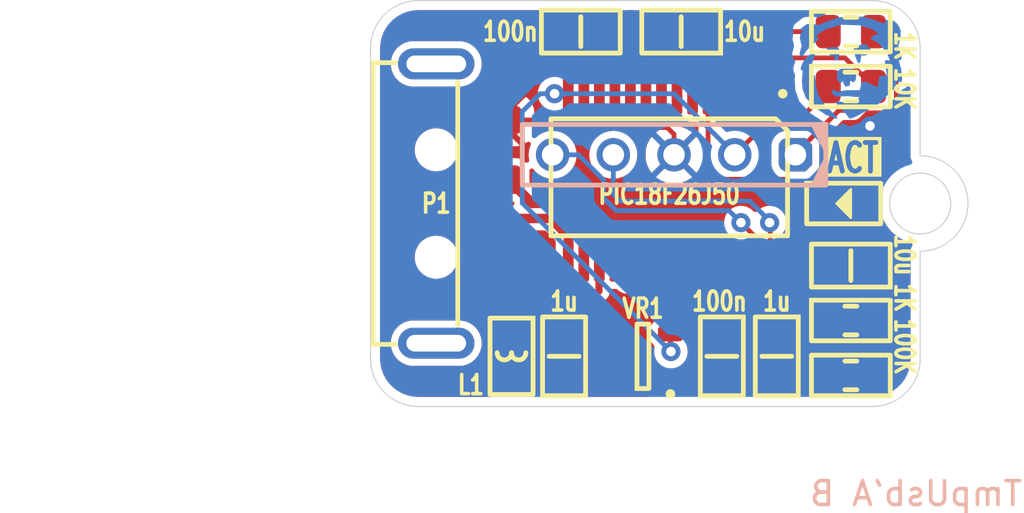
<source format=kicad_pcb>
(kicad_pcb (version 20221018) (generator pcbnew)
  (layers (0 "F.Cu" signal) (31 "B.Cu" signal) (34 "B.Paste" user) (35 "F.Paste" user) (36 "B.SilkS" user "B.Silkscreen") (37 "F.SilkS" user "F.Silkscreen") (38 "B.Mask" user) (39 "F.Mask" user) (44 "Edge.Cuts" user))
  (net 0 "")
  (net 1 "USB_D+")
  (net 2 "USB_D-")
  (net 3 "GND")
  (net 4 "CAP")
  (net 5 "CAP_POWER")
  (net 6 "ICSP_VPP")
  (net 7 "VCAP")
  (net 8 "LED")
  (net 9 "LED'")
  (net 10 "VCC")
  (net 11 "+3.3V")
  (net 12 "+5V")
  (net 13 "ICSP_PGD")
  (net 14 "ICSP_PGC")
  (footprint "Medo64:R (0805)" (layer "F.Cu") (at 35.1 30.7 180)
    (fp_text reference "R4" hide)
    (fp_text value "100K" (at -2.25 1.2 270 unlocked) (layer "F.SilkS") (effects (font (size 0.8 0.6))))
    (fp_line (start -0.25 -0.6) (end 0.25 -0.6) (stroke (width 0.2)) (layer "F.SilkS"))
    (fp_line (start -0.25 0.6) (end 0.25 0.6) (stroke (width 0.2)) (layer "F.SilkS"))
    (fp_rect (start -1.65 -0.85) (end 1.65 0.85) (stroke (width 0.2)) (fill none) (layer "F.SilkS"))
    (pad "1" smd roundrect (at -0.95 0 180) (size 1.05 1.4) (layers "F.Cu" "F.Paste" "F.Mask") (net 4 "CAP"))
    (pad "2" smd roundrect (at 0.95 0 180) (size 1.05 1.4) (layers "F.Cu" "F.Paste" "F.Mask") (net 3 "GND"))
  )
  (footprint "Medo64:L Ferrite (0805)" (layer "F.Cu") (at 20.9 29.9 -90)
    (fp_text reference "L1" (at 1.2 1.7 unlocked) (layer "F.SilkS") (effects (font (size 0.8 0.6))))
    (fp_text value "40R" hide)
    (fp_rect (start -1.6 -0.9) (end 1.6 0.9) (stroke (width 0.2)) (fill none) (layer "F.SilkS"))
    (fp_arc (start -0.15 -0.6) (mid 0.15 -0.3) (end -0.15 0) (stroke (width 0.2)) (layer "F.SilkS"))
    (fp_arc (start -0.15 0) (mid 0.15 0.3) (end -0.15 0.6) (stroke (width 0.2)) (layer "F.SilkS"))
    (pad "1" smd roundrect (at -0.85 0 270) (size 1.05 1.4) (layers "F.Cu" "F.Paste" "F.Mask") (net 10 "VCC"))
    (pad "2" smd roundrect (at 0.85 0 270) (size 1.05 1.4) (layers "F.Cu" "F.Paste" "F.Mask") (net 12 "+5V"))
  )
  (footprint "Medo64:R (0805)" (layer "F.Cu") (at 35.1 16.3)
    (fp_text reference "R1" hide)
    (fp_text value "1K" (at 2.25 0.6 -90 unlocked) (layer "F.SilkS") (effects (font (size 0.8 0.6))))
    (fp_line (start -0.25 -0.6) (end 0.25 -0.6) (stroke (width 0.2)) (layer "F.SilkS"))
    (fp_line (start -0.25 0.6) (end 0.25 0.6) (stroke (width 0.2)) (layer "F.SilkS"))
    (fp_rect (start -1.65 -0.85) (end 1.65 0.85) (stroke (width 0.2)) (fill none) (layer "F.SilkS"))
    (pad "1" smd roundrect (at -0.95 0) (size 1.05 1.4) (layers "F.Cu" "F.Paste" "F.Mask") (net 8 "LED"))
    (pad "2" smd roundrect (at 0.95 0) (size 1.05 1.4) (layers "F.Cu" "F.Paste" "F.Mask") (net 9 "LED'"))
  )
  (footprint "Medo64:DS (0805)" (layer "F.Cu") (at 34.8 23.5)
    (fp_text reference "DS1" hide)
    (fp_text value "ACT" hide)
    (fp_rect (start -1.55 -0.85) (end 1.55 0.85) (stroke (width 0.2)) (fill none) (layer "F.SilkS"))
    (fp_poly (pts (xy -0.3 0) (xy 0.3 -0.6) (xy 0.3 0.6)) (stroke (width 0.1)) (fill solid) (layer "F.SilkS"))
    (pad "1" smd roundrect (at -0.9 0) (size 1 1.4) (layers "F.Cu" "F.Paste" "F.Mask") (chamfer_ratio 0.2) (chamfer top_left bottom_left) (net 3 "GND"))
    (pad "2" smd roundrect (at 0.9 0) (size 1 1.4) (layers "F.Cu" "F.Paste" "F.Mask") (net 9 "LED'"))
  )
  (footprint "Medo64:C (0805)" (layer "F.Cu") (at 28 16.3 180)
    (fp_text reference "C5" hide)
    (fp_text value "10u" (at -2.65 0 unlocked) (layer "F.SilkS") (effects (font (size 0.8 0.6) (thickness 0.15) bold)))
    (fp_line (start 0 -0.625) (end 0 0.625) (stroke (width 0.2)) (layer "F.SilkS"))
    (fp_rect (start -1.65 -0.9) (end 1.65 0.9) (stroke (width 0.2)) (fill none) (layer "F.SilkS"))
    (pad "1" smd roundrect (at -0.9 0 180) (size 1.15 1.45) (layers "F.Cu" "F.Paste" "F.Mask") (net 7 "VCAP"))
    (pad "2" smd roundrect (at 0.9 0 180) (size 1.15 1.45) (layers "F.Cu" "F.Paste" "F.Mask") (net 3 "GND"))
  )
  (footprint "Medo64:C (0805)" (layer "F.Cu") (at 29.7 29.9 -90)
    (fp_text reference "C1" hide)
    (fp_text value "100n" (at -2.3 0.1 unlocked) (layer "F.SilkS") (effects (font (size 0.8 0.6) (thickness 0.15) bold)))
    (fp_line (start 0 -0.625) (end 0 0.625) (stroke (width 0.2)) (layer "F.SilkS"))
    (fp_rect (start -1.65 -0.9) (end 1.65 0.9) (stroke (width 0.2)) (fill none) (layer "F.SilkS"))
    (pad "1" smd roundrect (at -0.9 0 270) (size 1.15 1.45) (layers "F.Cu" "F.Paste" "F.Mask") (net 11 "+3.3V"))
    (pad "2" smd roundrect (at 0.9 0 270) (size 1.15 1.45) (layers "F.Cu" "F.Paste" "F.Mask") (net 3 "GND"))
  )
  (footprint "Medo64:C (0805)" (layer "F.Cu") (at 23.1 29.9 90)
    (fp_text reference "C3" hide)
    (fp_text value "1u" (at 2.3 0 unlocked) (layer "F.SilkS") (effects (font (size 0.8 0.6) (thickness 0.15) bold)))
    (fp_line (start 0 -0.625) (end 0 0.625) (stroke (width 0.2)) (layer "F.SilkS"))
    (fp_rect (start -1.65 -0.9) (end 1.65 0.9) (stroke (width 0.2)) (fill none) (layer "F.SilkS"))
    (pad "1" smd roundrect (at -0.9 0 90) (size 1.15 1.45) (layers "F.Cu" "F.Paste" "F.Mask") (net 12 "+5V"))
    (pad "2" smd roundrect (at 0.9 0 90) (size 1.15 1.45) (layers "F.Cu" "F.Paste" "F.Mask") (net 3 "GND"))
  )
  (footprint "Medo64:P USB A 2.0 (4w)" (layer "F.Cu") (at 17.75 23.5 -90)
    (fp_text reference "P1" (at 0 0 unlocked) (layer "F.SilkS") (effects (font (size 0.8 0.6))))
    (fp_text value "48037-2200" hide)
    (fp_line (start -5.9 1.7) (end -5.9 2.65) (stroke (width 0.2)) (layer "F.SilkS"))
    (fp_line (start -5.9 2.65) (end 5.9 2.65) (stroke (width 0.2)) (layer "F.SilkS"))
    (fp_line (start -5.1 -0.9) (end 5.1 -0.9) (stroke (width 0.2)) (layer "F.SilkS"))
    (fp_line (start 5.9 1.7) (end 5.9 2.65) (stroke (width 0.2)) (layer "F.SilkS"))
    (pad "" np_thru_hole circle (at -2.25 0 270) (size 1.25 1.25) (drill 1.3) (layers "F&B.Cu" "*.Mask"))
    (pad "" np_thru_hole circle (at 2.25 0 270) (size 1.25 1.25) (drill 1.3) (layers "F&B.Cu" "*.Mask"))
    (pad "1" smd roundrect (at 3.5 -2.6 270) (size 1.2 2) (layers "F.Cu" "F.Paste" "F.Mask") (chamfer_ratio 0.2) (chamfer top_right bottom_right) (net 10 "VCC"))
    (pad "2" smd roundrect (at 1 -2.6 270) (size 1.2 2) (layers "F.Cu" "F.Paste" "F.Mask") (net 2 "USB_D-"))
    (pad "3" smd roundrect (at -1 -2.6 270) (size 1.2 2) (layers "F.Cu" "F.Paste" "F.Mask") (net 1 "USB_D+"))
    (pad "4" smd roundrect (at -3.5 -2.6 270) (size 1.2 2) (layers "F.Cu" "F.Paste" "F.Mask") (net 3 "GND"))
    (pad "S" thru_hole oval (at -5.85 0 270) (size 1.3 3.2) (drill oval 0.7 2.5) (layers "*.Cu" "*.Mask" "F.Paste"))
    (pad "S" thru_hole oval (at 5.85 0 270) (size 1.3 3.2) (drill oval 0.7 2.5) (layers "*.Cu" "*.Mask" "F.Paste"))
  )
  (footprint "Medo64:C (0805)" (layer "F.Cu") (at 35.1 26.1 180)
    (fp_text reference "C6" hide)
    (fp_text value "10u" (at -2.25 0.45 270 unlocked) (layer "F.SilkS") (effects (font (size 0.8 0.6) (thickness 0.15) bold)))
    (fp_line (start 0 -0.625) (end 0 0.625) (stroke (width 0.2)) (layer "F.SilkS"))
    (fp_rect (start -1.65 -0.9) (end 1.65 0.9) (stroke (width 0.2)) (fill none) (layer "F.SilkS"))
    (pad "1" smd roundrect (at -0.9 0 180) (size 1.15 1.45) (layers "F.Cu" "F.Paste" "F.Mask") (net 4 "CAP"))
    (pad "2" smd roundrect (at 0.9 0 180) (size 1.15 1.45) (layers "F.Cu" "F.Paste" "F.Mask") (net 3 "GND"))
  )
  (footprint "Medo64:VR Linear MCP1700 (SOT23-3)" (layer "F.Cu") (at 26.4 29.9 90)
    (fp_text reference "VR1" (at 2 0 unlocked) (layer "F.SilkS") (effects (font (size 0.8 0.6))))
    (fp_text value "MCP1700" hide)
    (fp_rect (start -1.35 -0.25) (end 1.35 0.25) (stroke (width 0.2)) (fill none) (layer "F.SilkS"))
    (fp_circle (center -1.575 1.15) (end -1.425 1.15) (stroke (width 0.1)) (fill solid) (layer "F.SilkS"))
    (pad "1" smd roundrect (at -0.95 1.15 90) (size 0.65 1.05) (layers "F.Cu" "F.Paste" "F.Mask") (chamfer_ratio 0.2) (chamfer top_left bottom_left) (net 3 "GND"))
    (pad "2" smd roundrect (at 0.95 1.15 90) (size 0.65 1.05) (layers "F.Cu" "F.Paste" "F.Mask") (net 11 "+3.3V"))
    (pad "3" smd roundrect (at 0 -1.15 90) (size 0.65 1.05) (layers "F.Cu" "F.Paste" "F.Mask") (net 12 "+5V"))
  )
  (footprint "Medo64:C (0805)" (layer "F.Cu") (at 32 29.9 -90)
    (fp_text reference "C4" hide)
    (fp_text value "1u" (at -2.3 0 unlocked) (layer "F.SilkS") (effects (font (size 0.8 0.6) (thickness 0.15) bold)))
    (fp_line (start 0 -0.625) (end 0 0.625) (stroke (width 0.2)) (layer "F.SilkS"))
    (fp_rect (start -1.65 -0.9) (end 1.65 0.9) (stroke (width 0.2)) (fill none) (layer "F.SilkS"))
    (pad "1" smd roundrect (at -0.9 0 270) (size 1.15 1.45) (layers "F.Cu" "F.Paste" "F.Mask") (net 11 "+3.3V"))
    (pad "2" smd roundrect (at 0.9 0 270) (size 1.15 1.45) (layers "F.Cu" "F.Paste" "F.Mask") (net 3 "GND"))
  )
  (footprint "Medo64:R (0805)" (layer "F.Cu") (at 35.1 18.6)
    (fp_text reference "R3" hide)
    (fp_text value "10K" (at 2.25 0.1 -90 unlocked) (layer "F.SilkS") (effects (font (size 0.8 0.6))))
    (fp_line (start -0.25 -0.6) (end 0.25 -0.6) (stroke (width 0.2)) (layer "F.SilkS"))
    (fp_line (start -0.25 0.6) (end 0.25 0.6) (stroke (width 0.2)) (layer "F.SilkS"))
    (fp_rect (start -1.65 -0.85) (end 1.65 0.85) (stroke (width 0.2)) (fill none) (layer "F.SilkS"))
    (pad "1" smd roundrect (at -0.95 0) (size 1.05 1.4) (layers "F.Cu" "F.Paste" "F.Mask") (net 11 "+3.3V"))
    (pad "2" smd roundrect (at 0.95 0) (size 1.05 1.4) (layers "F.Cu" "F.Paste" "F.Mask") (net 6 "ICSP_VPP"))
  )
  (footprint "Medo64:U Micro PIC18F26J50 (SSOP-28)" (layer "F.Cu") (at 27.5 22.4 -90)
    (fp_text reference "U1" hide)
    (fp_text value "PIC18F26J50" (at 0.725 0 unlocked) (layer "F.SilkS") (effects (font (size 0.8 0.6))))
    (fp_line (start -2.45 -4.45) (end -1.95 -4.95) (stroke (width 0.2)) (layer "F.SilkS"))
    (fp_line (start -2.45 4.95) (end -2.45 -4.45) (stroke (width 0.2)) (layer "F.SilkS"))
    (fp_line (start -1.95 -4.95) (end 2.45 -4.95) (stroke (width 0.2)) (layer "F.SilkS"))
    (fp_line (start 2.45 -4.95) (end 2.45 4.95) (stroke (width 0.2)) (layer "F.SilkS"))
    (fp_line (start 2.45 4.95) (end -2.45 4.95) (stroke (width 0.2)) (layer "F.SilkS"))
    (fp_circle (center -3.5 -4.75) (end -3.35 -4.75) (stroke (width 0.1)) (fill solid) (layer "F.SilkS"))
    (pad "1" smd roundrect (at -3.5 -4.225 270) (size 1.75 0.45) (layers "F.Cu" "F.Paste" "F.Mask") (chamfer_ratio 0.2) (chamfer top_left top_right) (net 6 "ICSP_VPP"))
    (pad "2" smd roundrect (at -3.5 -3.575 270) (size 1.75 0.45) (layers "F.Cu" "F.Paste" "F.Mask") (net 8 "LED"))
    (pad "3" smd roundrect (at -3.5 -2.925 270) (size 1.75 0.45) (layers "F.Cu" "F.Paste" "F.Mask"))
    (pad "4" smd roundrect (at -3.5 -2.275 270) (size 1.75 0.45) (layers "F.Cu" "F.Paste" "F.Mask"))
    (pad "5" smd roundrect (at -3.5 -1.625 270) (size 1.75 0.45) (layers "F.Cu" "F.Paste" "F.Mask") (net 4 "CAP"))
    (pad "6" smd roundrect (at -3.5 -0.975 270) (size 1.75 0.45) (layers "F.Cu" "F.Paste" "F.Mask") (net 7 "VCAP"))
    (pad "7" smd roundrect (at -3.5 -0.325 270) (size 1.75 0.45) (layers "F.Cu" "F.Paste" "F.Mask"))
    (pad "8" smd roundrect (at -3.5 0.325 270) (size 1.75 0.45) (layers "F.Cu" "F.Paste" "F.Mask") (net 3 "GND"))
    (pad "9" smd roundrect (at -3.5 0.975 270) (size 1.75 0.45) (layers "F.Cu" "F.Paste" "F.Mask"))
    (pad "10" smd roundrect (at -3.5 1.625 270) (size 1.75 0.45) (layers "F.Cu" "F.Paste" "F.Mask"))
    (pad "11" smd roundrect (at -3.5 2.275 270) (size 1.75 0.45) (layers "F.Cu" "F.Paste" "F.Mask"))
    (pad "12" smd roundrect (at -3.5 2.925 270) (size 1.75 0.45) (layers "F.Cu" "F.Paste" "F.Mask"))
    (pad "13" smd roundrect (at -3.5 3.575 270) (size 1.75 0.45) (layers "F.Cu" "F.Paste" "F.Mask"))
    (pad "14" smd roundrect (at -3.5 4.225 270) (size 1.75 0.45) (layers "F.Cu" "F.Paste" "F.Mask") (net 11 "+3.3V"))
    (pad "15" smd roundrect (at 3.5 4.225 270) (size 1.75 0.45) (layers "F.Cu" "F.Paste" "F.Mask") (net 2 "USB_D-"))
    (pad "16" smd roundrect (at 3.5 3.575 270) (size 1.75 0.45) (layers "F.Cu" "F.Paste" "F.Mask") (net 1 "USB_D+"))
    (pad "17" smd roundrect (at 3.5 2.925 270) (size 1.75 0.45) (layers "F.Cu" "F.Paste" "F.Mask") (net 10 "VCC"))
    (pad "18" smd roundrect (at 3.5 2.275 270) (size 1.75 0.45) (layers "F.Cu" "F.Paste" "F.Mask"))
    (pad "19" smd roundrect (at 3.5 1.625 270) (size 1.75 0.45) (layers "F.Cu" "F.Paste" "F.Mask") (net 3 "GND"))
    (pad "20" smd roundrect (at 3.5 0.975 270) (size 1.75 0.45) (layers "F.Cu" "F.Paste" "F.Mask") (net 11 "+3.3V"))
    (pad "21" smd roundrect (at 3.5 0.325 270) (size 1.75 0.45) (layers "F.Cu" "F.Paste" "F.Mask"))
    (pad "22" smd roundrect (at 3.5 -0.325 270) (size 1.75 0.45) (layers "F.Cu" "F.Paste" "F.Mask"))
    (pad "23" smd roundrect (at 3.5 -0.975 270) (size 1.75 0.45) (layers "F.Cu" "F.Paste" "F.Mask"))
    (pad "24" smd roundrect (at 3.5 -1.625 270) (size 1.75 0.45) (layers "F.Cu" "F.Paste" "F.Mask") (net 5 "CAP_POWER"))
    (pad "25" smd roundrect (at 3.5 -2.275 270) (size 1.75 0.45) (layers "F.Cu" "F.Paste" "F.Mask"))
    (pad "26" smd roundrect (at 3.5 -2.925 270) (size 1.75 0.45) (layers "F.Cu" "F.Paste" "F.Mask"))
    (pad "27" smd roundrect (at 3.5 -3.575 270) (size 1.75 0.45) (layers "F.Cu" "F.Paste" "F.Mask") (net 14 "ICSP_PGC"))
    (pad "28" smd roundrect (at 3.5 -4.225 270) (size 1.75 0.45) (layers "F.Cu" "F.Paste" "F.Mask") (net 13 "ICSP_PGD"))
  )
  (footprint "Medo64:C (0805)" (layer "F.Cu") (at 23.8 16.3)
    (fp_text reference "C2" hide)
    (fp_text value "100n" (at -2.95 0 unlocked) (layer "F.SilkS") (effects (font (size 0.8 0.6) (thickness 0.15) bold)))
    (fp_line (start 0 -0.625) (end 0 0.625) (stroke (width 0.2)) (layer "F.SilkS"))
    (fp_rect (start -1.65 -0.9) (end 1.65 0.9) (stroke (width 0.2)) (fill none) (layer "F.SilkS"))
    (pad "1" smd roundrect (at -0.9 0) (size 1.15 1.45) (layers "F.Cu" "F.Paste" "F.Mask") (net 11 "+3.3V"))
    (pad "2" smd roundrect (at 0.9 0) (size 1.15 1.45) (layers "F.Cu" "F.Paste" "F.Mask") (net 3 "GND"))
  )
  (footprint "Medo64:R (0805)" (layer "F.Cu") (at 35.1 28.4)
    (fp_text reference "R2" hide)
    (fp_text value "1K" (at 2.25 -0.95 -90 unlocked) (layer "F.SilkS") (effects (font (size 0.8 0.6))))
    (fp_line (start -0.25 -0.6) (end 0.25 -0.6) (stroke (width 0.2)) (layer "F.SilkS"))
    (fp_line (start -0.25 0.6) (end 0.25 0.6) (stroke (width 0.2)) (layer "F.SilkS"))
    (fp_rect (start -1.65 -0.85) (end 1.65 0.85) (stroke (width 0.2)) (fill none) (layer "F.SilkS"))
    (pad "1" smd roundrect (at -0.95 0) (size 1.05 1.4) (layers "F.Cu" "F.Paste" "F.Mask") (net 5 "CAP_POWER"))
    (pad "2" smd roundrect (at 0.95 0) (size 1.05 1.4) (layers "F.Cu" "F.Paste" "F.Mask") (net 4 "CAP"))
  )
  (footprint "Medo64:ICON Medo64" (layer "B.Cu") (at 35.1 17.8 180)
    (fp_text reference "Z?" hide)
    (fp_text value "Medo64" hide)
    (fp_poly (pts (xy 0.569 0.353) (xy 0.506 0.707) (xy 0.554 0.778) (xy 0.719 0.8) (xy 0.885 0.786) (xy 0.979 0.733) (xy 1.012 0.682) (xy 0.902 0.659) (xy 0.892 0.612) (xy 0.793 0.5) (xy 0.659 0.583) (xy 0.647 0.581) (xy 0.632 0.391) (xy 0.622 0.353) (xy 0.592 0.334)) (stroke (width 0.1)) (fill solid) (layer "B.Cu"))
    (fp_poly (pts (xy -0.347 0.253) (xy -0.412 0.648) (xy -0.502 0.544) (xy -0.626 0.56) (xy -0.646 0.595) (xy -0.654 0.695) (xy -0.79 0.696) (xy -0.777 0.752) (xy -0.709 0.806) (xy -0.594 0.838) (xy -0.594 0.861) (xy -0.645 0.874) (xy -0.654 0.893) (xy -0.626 0.915) (xy -0.491 0.913) (xy -0.267 0.874) (xy -0.168 0.787) (xy -0.23 0.486) (xy -0.331 0.233) (xy -0.339 0.24)) (stroke (width 0.1)) (fill solid) (layer "B.Cu"))
    (fp_poly (pts (xy 0.115 -0.742) (xy 0.0899 -0.706) (xy 0.0781 -0.566) (xy 0.0622 -0.52) (xy 0.00798 -0.502) (xy -0.097 -0.566) (xy -0.155 -0.508) (xy -0.174 -0.31) (xy -0.101 -0.133) (xy -0.0361 -0.108) (xy 0.168 -0.103) (xy 0.347 -0.109) (xy 0.44 -0.12) (xy 0.515 -0.205) (xy 0.54 -0.36) (xy 0.533 -0.466) (xy 0.5 -0.535) (xy 0.431 -0.596) (xy 0.384 -0.562) (xy 0.365 -0.53) (xy 0.342 -0.512) (xy 0.286 -0.53) (xy 0.257 -0.652) (xy 0.212 -0.749)) (stroke (width 0.1)) (fill solid) (layer "B.Cu"))
    (fp_poly (pts (xy 1.137 -1.588) (xy 1.377 -1.227) (xy 1.493 -0.853) (xy 1.544 -0.455) (xy 1.551 -0.378) (xy 1.595 -0.367) (xy 1.649 -0.379) (xy 1.781 -0.45) (xy 1.801 -0.39) (xy 1.761 -0.0848) (xy 1.586 0.417) (xy 1.555 0.511) (xy 1.55 0.558) (xy 1.648 0.527) (xy 1.79 0.423) (xy 1.958 0.207) (xy 2.045 -0.013) (xy 2.05 -0.076) (xy 1.964 -0.0819) (xy 1.999 -0.548) (xy 1.973 -0.89) (xy 1.846 -1.245) (xy 1.444 -1.662) (xy 1.007 -1.949) (xy 0.62 -2.1)) (stroke (width 0.1)) (fill solid) (layer "B.Cu"))
    (fp_poly (pts (xy -0.162 -2.027) (xy -1.067 -1.539) (xy -1.715 -0.923) (xy -1.847 -0.71) (xy -1.921 -0.519) (xy -2.079 -0.567) (xy -2.095 -0.469) (xy -2.062 -0.0937) (xy -1.952 0.314) (xy -1.982 0.367) (xy -2.06 0.354) (xy -2.077 0.422) (xy -1.93 0.912) (xy -2.032 1.227) (xy -2.034 1.544) (xy -1.998 1.647) (xy -1.903 1.796) (xy -1.782 1.9) (xy -1.695 1.941) (xy -1.468 1.93) (xy -1.663 1.801) (xy -1.722 1.753) (xy -1.784 1.659) (xy -1.735 1.66) (xy -1.576 1.778) (xy -1.371 1.817) (xy -1.254 1.827) (xy -1.134 1.877) (xy -0.852 1.987) (xy -0.528 2.073) (xy -0.0731 2.1) (xy 0.509 2.05) (xy 1.073 1.842) (xy 1.317 1.73) (xy 1.649 1.779) (xy 1.837 1.763) (xy 2.065 1.59) (xy 1.802 1.633) (xy 1.67 1.615) (xy 1.959 1.505) (xy 2.067 1.378) (xy 2.085 1.212) (xy 2.009 0.915) (xy 2.099 0.563) (xy 2.055 0.501) (xy 1.891 0.746) (xy 1.396 1.198) (xy 1.522 1.254) (xy 1.413 1.428) (xy 1.101 1.627) (xy 0.403 1.839) (xy -0.366 1.813) (xy -0.919 1.642) (xy -1.209 1.43) (xy -1.227 1.366) (xy -0.981 1.3) (xy -0.886 1.23) (xy -1.21 1.035) (xy -1.558 0.628) (xy -1.682 0.293) (xy -1.663 0.238) (xy -1.492 0.262) (xy -1.468 0.242) (xy -1.547 -0.268) (xy -1.529 -0.375) (xy -1.464 -0.408) (xy -1.339 -0.39) (xy -1.231 -0.419) (xy -1.16 -0.905) (xy -0.625 -0.656) (xy -0.494 -0.655) (xy -0.414 -1.002) (xy 0.18 -1.002) (xy 0.561 -1.064) (xy 0.751 -0.985) (xy 0.746 -1.053) (xy 0.624 -1.17) (xy 0.142 -1.154) (xy -0.23 -1.188) (xy -0.449 -1.178) (xy -0.342 -1.347) (xy -0.189 -1.45) (xy -0.0588 -1.5) (xy 0.291 -1.511) (xy 0.537 -1.463) (xy 0.568 -1.475) (xy 0.523 -1.584) (xy 0.188 -1.888) (xy 0.0332 -2.1)) (stroke (width 0.1)) (fill solid) (layer "B.Cu"))
  )
  (footprint "Medo64:ICSP PIC Pogo SS (5w)" (layer "B.Cu") (at 27.7 21.459 180)
    (fp_text reference "" hide)
    (fp_text value "J ICSP PIC Pogo (~{6}w)" hide)
    (fp_rect (start -6.35 1.27) (end 6.35 -1.27) (stroke (width 0.2)) (fill none) (layer "B.SilkS"))
    (fp_poly (pts (xy -5.715 -1.27) (xy -6.35 0) (xy -6.35 -1.27)) (fill solid) (layer "B.SilkS"))
    (fp_poly (pts (xy -5.715 1.27) (xy -6.35 1.27) (xy -6.35 0)) (fill solid) (layer "B.SilkS"))
    (pad "1" thru_hole roundrect (at -5.08 0 180) (size 1.4 1.4) (drill 0.9) (layers "*.Cu" "B.Mask") (chamfer_ratio 0.2) (chamfer top_left bottom_left) (net 6 "ICSP_VPP"))
    (pad "2" thru_hole circle (at -2.54 0 180) (size 1.4 1.4) (drill 0.9) (layers "*.Cu" "B.Mask") (net 11 "+3.3V"))
    (pad "3" thru_hole circle (at 0 0 180) (size 1.4 1.4) (drill 0.9) (layers "*.Cu" "B.Mask") (net 3 "GND"))
    (pad "4" thru_hole circle (at 2.54 0 180) (size 1.4 1.4) (drill 0.9) (layers "*.Cu" "B.Mask") (net 13 "ICSP_PGD"))
    (pad "5" thru_hole circle (at 5.08 0 180) (size 1.4 1.4) (drill 0.9) (layers "*.Cu" "B.Mask") (net 14 "ICSP_PGC"))
  )
  (gr_arc (start 38 30) (mid 37.414214 31.414214) (end 36 32) (stroke (width 0.05)) (layer "Edge.Cuts"))
  (gr_arc (start 17 32) (mid 15.585786 31.414214) (end 15 30) (stroke (width 0.05)) (layer "Edge.Cuts"))
  (gr_arc (start 38 21.5) (mid 40 23.5) (end 38 25.5) (stroke (width 0.05)) (layer "Edge.Cuts"))
  (gr_arc (start 15 17) (mid 15.585786 15.585786) (end 17 15) (stroke (width 0.05)) (layer "Edge.Cuts"))
  (gr_line (start 38 25.5) (end 38 30) (stroke (width 0.05)) (layer "Edge.Cuts"))
  (gr_line (start 38 17) (end 38 21.5) (stroke (width 0.05)) (layer "Edge.Cuts"))
  (gr_circle (center 38 23.5) (end 39.275 23.5) (stroke (width 0.05)) (fill none) (layer "Edge.Cuts"))
  (gr_line (start 15 17) (end 15 30) (stroke (width 0.05)) (layer "Edge.Cuts"))
  (gr_line (start 17 32) (end 36 32) (stroke (width 0.05)) (layer "Edge.Cuts"))
  (gr_arc (start 36 15) (mid 37.414214 15.585786) (end 38 17) (stroke (width 0.05)) (layer "Edge.Cuts"))
  (gr_line (start 17 15) (end 36 15) (stroke (width 0.05)) (layer "Edge.Cuts"))
  (gr_text "TmpUsb'A B" (at 42.352 36.238) (layer "B.SilkS") (effects (font (size 1 1)) (justify left bottom mirror)))
  (gr_text "ACT" (at 34 22.3) (layer "F.SilkS" knockout) (effects (font (size 1.2 0.8) (thickness 0.2) bold) (justify left bottom)))
  (segment (start 23.925 24.615) (end 22.801 23.491) (width 0.4) (layer "F.Cu") (net 1))
  (segment (start 22.801 23.491) (end 21.765 23.491) (width 0.4) (layer "F.Cu") (net 1))
  (segment (start 23.925 25.5) (end 23.925 24.615) (width 0.4) (layer "F.Cu") (net 1))
  (segment (start 21.765 23.491) (end 20.874 22.6) (width 0.4) (layer "F.Cu") (net 1))
  (segment (start 23.275 24.865) (end 23.275 25.5) (width 0.4) (layer "F.Cu") (net 2))
  (segment (start 20.674 24.126) (end 22.536 24.126) (width 0.4) (layer "F.Cu") (net 2))
  (segment (start 22.536 24.126) (end 23.275 24.865) (width 0.4) (layer "F.Cu") (net 2))
  (segment (start 32 30.8) (end 34.05 30.8) (width 0.2) (layer "F.Cu") (net 3))
  (segment (start 27.7 21.459) (end 27.7 20.6) (width 0.2) (layer "F.Cu") (net 3))
  (segment (start 27.416 20.316) (end 27.192 20.316) (width 0.2) (layer "F.Cu") (net 3))
  (segment (start 27.175 18.5) (end 27.175 16.375) (width 0.2) (layer "F.Cu") (net 3))
  (segment (start 22.716 20.316) (end 22.4 20) (width 0.2) (layer "F.Cu") (net 3))
  (segment (start 26.28 30.85) (end 27.55 30.85) (width 0.2) (layer "F.Cu") (net 3))
  (segment (start 25.875 25.9) (end 25.875 24.075) (width 0.2) (layer "F.Cu") (net 3))
  (segment (start 25.875 29) (end 23.1 29) (width 0.2) (layer "F.Cu") (net 3))
  (segment (start 25.875 25.9) (end 25.875 29) (width 0.2) (layer "F.Cu") (net 3))
  (segment (start 33.9 22.25) (end 35.9 20.25) (width 0.2) (layer "F.Cu") (net 3))
  (segment (start 23.1 29) (end 26.28 29) (width 0.2) (layer "F.Cu") (net 3))
  (segment (start 25.875 24.075) (end 26.25 23.7) (width 0.2) (layer "F.Cu") (net 3))
  (segment (start 26.28 29) (end 26.28 30.85) (width 0.2) (layer "F.Cu") (net 3))
  (segment (start 27.192 20.316) (end 26.991 20.316) (width 0.2) (layer "F.Cu") (net 3))
  (segment (start 27.175 20.299) (end 27.192 20.316) (width 0.2) (layer "F.Cu") (net 3))
  (segment (start 33.9 23.5) (end 33.9 22.25) (width 0.2) (layer "F.Cu") (net 3))
  (segment (start 26.416637 23.466637) (end 26.45 23.5) (width 0.2) (layer "F.Cu") (net 3))
  (segment (start 27.175 18.9) (end 27.175 20.299) (width 0.2) (layer "F.Cu") (net 3))
  (segment (start 27.55 30.85) (end 29.65 30.85) (width 0.2) (layer "F.Cu") (net 3))
  (segment (start 29.7 30.8) (end 32 30.8) (width 0.2) (layer "F.Cu") (net 3))
  (segment (start 22.4 20) (end 20.3 20) (width 0.2) (layer "F.Cu") (net 3))
  (segment (start 26.45 23.5) (end 26.25 23.7) (width 0.2) (layer "F.Cu") (net 3))
  (segment (start 26.416637 20.316) (end 26.416637 23.466637) (width 0.2) (layer "F.Cu") (net 3))
  (segment (start 27.1 16.3) (end 24.7 16.3) (width 0.2) (layer "F.Cu") (net 3))
  (segment (start 26.991 20.316) (end 22.716 20.316) (width 0.2) (layer "F.Cu") (net 3))
  (segment (start 27.7 20.6) (end 27.416 20.316) (width 0.2) (layer "F.Cu") (net 3))
  (segment (start 26.991 20.316) (end 26.416637 20.316) (width 0.2) (layer "F.Cu") (net 3))
  (segment (start 33.9 23.5) (end 33.9 25.8) (width 0.2) (layer "F.Cu") (net 3))
  (via (at 35.9 20.25) (size 0.8) (drill 0.4) (layers "F.Cu" "B.Cu") (net 3))
  (segment (start 35.85 20.25) (end 33.4 22.7) (width 0.2) (layer "B.Cu") (net 3))
  (segment (start 28.941 22.7) (end 27.7 21.459) (width 0.2) (layer "B.Cu") (net 3))
  (segment (start 35.9 20.25) (end 35.85 20.25) (width 0.2) (layer "B.Cu") (net 3))
  (segment (start 33.4 22.7) (end 28.941 22.7) (width 0.2) (layer "B.Cu") (net 3))
  (segment (start 29.684 22.484) (end 32.384 22.484) (width 0.2) (layer "F.Cu") (net 4))
  (segment (start 33.35 27.3) (end 36 27.3) (width 0.2) (layer "F.Cu") (net 4))
  (segment (start 32.384 22.484) (end 33 23.1) (width 0.2) (layer "F.Cu") (net 4))
  (segment (start 29.125 18.9) (end 29.125 21.925) (width 0.2) (layer "F.Cu") (net 4))
  (segment (start 33 23.1) (end 33 26.95) (width 0.2) (layer "F.Cu") (net 4))
  (segment (start 33 26.95) (end 33.35 27.3) (width 0.2) (layer "F.Cu") (net 4))
  (segment (start 36.05 30.7) (end 36.05 28.45) (width 0.2) (layer "F.Cu") (net 4))
  (segment (start 29.125 21.925) (end 29.684 22.484) (width 0.2) (layer "F.Cu") (net 4))
  (segment (start 36 27.2) (end 36 26.1) (width 0.2) (layer "F.Cu") (net 4))
  (segment (start 36 28.4) (end 36 27.2) (width 0.2) (layer "F.Cu") (net 4))
  (segment (start 33.85 27.8) (end 34.15 28.1) (width 0.2) (layer "F.Cu") (net 5))
  (segment (start 29.4 27.45) (end 32.3 27.45) (width 0.2) (layer "F.Cu") (net 5))
  (segment (start 29.125 25.9) (end 29.125 27.175) (width 0.2) (layer "F.Cu") (net 5))
  (segment (start 29.125 27.175) (end 29.4 27.45) (width 0.2) (layer "F.Cu") (net 5))
  (segment (start 32.65 27.8) (end 33.85 27.8) (width 0.2) (layer "F.Cu") (net 5))
  (segment (start 32.3 27.45) (end 32.65 27.8) (width 0.2) (layer "F.Cu") (net 5))
  (segment (start 36.05 18.6) (end 34.85 17.4) (width 0.2) (layer "F.Cu") (net 6))
  (segment (start 34.6 19.6) (end 35.2 19.6) (width 0.2) (layer "F.Cu") (net 6))
  (segment (start 31.725 17.875) (end 31.725 18.5) (width 0.2) (layer "F.Cu") (net 6))
  (segment (start 32.2 17.4) (end 31.725 17.875) (width 0.2) (layer "F.Cu") (net 6))
  (segment (start 35.2 19.6) (end 36.05 18.75) (width 0.2) (layer "F.Cu") (net 6))
  (segment (start 34.85 17.4) (end 32.2 17.4) (width 0.2) (layer "F.Cu") (net 6))
  (segment (start 32.78 21.42) (end 34.6 19.6) (width 0.2) (layer "F.Cu") (net 6))
  (segment (start 28.475 18.5) (end 28.475 16.725) (width 0.2) (layer "F.Cu") (net 7))
  (segment (start 32.4 16.3) (end 34.15 16.3) (width 0.2) (layer "F.Cu") (net 8))
  (segment (start 31.075 18.9) (end 31.075 17.625) (width 0.2) (layer "F.Cu") (net 8))
  (segment (start 31.075 17.625) (end 32.4 16.3) (width 0.2) (layer "F.Cu") (net 8))
  (segment (start 36.607928 22.392072) (end 36.656054 22.325832) (width 0.2) (layer "F.Cu") (net 9))
  (segment (start 36.910733 22.089267) (end 37 22) (width 0.2) (layer "F.Cu") (net 9))
  (segment (start 37 22) (end 37 17.25) (width 0.2) (layer "F.Cu") (net 9))
  (segment (start 36.887309 22.104729) (end 36.910733 22.089267) (width 0.2) (layer "F.Cu") (net 9))
  (segment (start 35.7 23.3) (end 36.607928 22.392072) (width 0.2) (layer "F.Cu") (net 9))
  (segment (start 37 17.25) (end 36.05 16.3) (width 0.2) (layer "F.Cu") (net 9))
  (segment (start 36.656054 22.325832) (end 36.887309 22.104729) (width 0.2) (layer "F.Cu") (net 9))
  (segment (start 20.3 27) (end 20.3 28.65) (width 0.2) (layer "F.Cu") (net 10))
  (segment (start 20.3 28.65) (end 20.8 29.15) (width 0.2) (layer "F.Cu") (net 10))
  (segment (start 24.56 27.16) (end 24.56 25.99) (width 0.3) (layer "F.Cu") (net 10))
  (segment (start 20.77 27.42) (end 24.3 27.42) (width 0.3) (layer "F.Cu") (net 10))
  (segment (start 24.3 27.42) (end 24.56 27.16) (width 0.3) (layer "F.Cu") (net 10))
  (segment (start 27.55 29.68) (end 27.57 29.7) (width 0.2) (layer "F.Cu") (net 11))
  (segment (start 23.275 18.5) (end 23.275 16.675) (width 0.2) (layer "F.Cu") (net 11))
  (segment (start 27.55 28.95) (end 27.55 28.09) (width 0.2) (layer "F.Cu") (net 11))
  (segment (start 26.525 27.065) (end 26.525 25.9) (width 0.2) (layer "F.Cu") (net 11))
  (segment (start 32.725 20.2) (end 31.499 20.2) (width 0.2) (layer "F.Cu") (net 11))
  (segment (start 34.15 18.775) (end 32.725 20.2) (width 0.2) (layer "F.Cu") (net 11))
  (segment (start 27.55 28.09) (end 26.525 27.065) (width 0.2) (layer "F.Cu") (net 11))
  (segment (start 29.7 29) (end 32 29) (width 0.2) (layer "F.Cu") (net 11))
  (segment (start 27.55 28.95) (end 27.55 29.68) (width 0.2) (layer "F.Cu") (net 11))
  (segment (start 27.55 28.95) (end 29.65 28.95) (width 0.2) (layer "F.Cu") (net 11))
  (segment (start 22.6 18.9) (end 23.275 18.9) (width 0.25) (layer "F.Cu") (net 11))
  (segment (start 31.499 20.2) (end 30.24 21.459) (width 0.2) (layer "F.Cu") (net 11))
  (via (at 27.57 29.7) (size 0.8) (drill 0.4) (layers "F.Cu" "B.Cu") (net 11))
  (via (at 22.7 18.9) (size 0.8) (drill 0.4) (layers "F.Cu" "B.Cu") (net 11))
  (segment (start 27.57 29.7) (end 21.35 23.48) (width 0.2) (layer "B.Cu") (net 11))
  (segment (start 27.7 18.9) (end 30.24 21.44) (width 0.2) (layer "B.Cu") (net 11))
  (segment (start 21.35 23.48) (end 21.35 19.65) (width 0.2) (layer "B.Cu") (net 11))
  (segment (start 22.1 18.9) (end 27.7 18.9) (width 0.2) (layer "B.Cu") (net 11))
  (segment (start 21.35 19.65) (end 22.1 18.9) (width 0.2) (layer "B.Cu") (net 11))
  (segment (start 24.35 30.8) (end 25.25 29.9) (width 0.2) (layer "F.Cu") (net 12))
  (segment (start 20.8 30.75) (end 23.05 30.75) (width 0.2) (layer "F.Cu") (net 12))
  (segment (start 23.1 30.8) (end 24.35 30.8) (width 0.2) (layer "F.Cu") (net 12))
  (segment (start 31.725 24.456503) (end 31.725 25.9) (width 0.2) (layer "F.Cu") (net 13))
  (via (at 31.7 24.3) (size 0.8) (drill 0.4) (layers "F.Cu" "B.Cu") (net 13))
  (segment (start 31.602 24.131471) (end 31.602 24.180497) (width 0.2) (layer "B.Cu") (net 13))
  (segment (start 30.870529 23.4) (end 31.602 24.131471) (width 0.2) (layer "B.Cu") (net 13))
  (segment (start 31.602 24.180497) (end 31.801503 24.38) (width 0.2) (layer "B.Cu") (net 13))
  (segment (start 25.45 23.4) (end 30.870529 23.4) (width 0.2) (layer "B.Cu") (net 13))
  (segment (start 25.16 23.11) (end 25.45 23.4) (width 0.2) (layer "B.Cu") (net 13))
  (segment (start 25.16 21.459) (end 25.16 23.11) (width 0.2) (layer "B.Cu") (net 13))
  (segment (start 31.075 24.875) (end 30.5 24.3) (width 0.2) (layer "F.Cu") (net 14))
  (segment (start 31.075 25.9) (end 31.075 24.875) (width 0.2) (layer "F.Cu") (net 14))
  (via (at 30.5 24.3) (size 0.8) (drill 0.4) (layers "F.Cu" "B.Cu") (net 14))
  (segment (start 30 23.8) (end 25.284314 23.8) (width 0.2) (layer "B.Cu") (net 14))
  (segment (start 25.284314 23.8) (end 24.76 23.275685) (width 0.2) (layer "B.Cu") (net 14))
  (segment (start 30.58 24.38) (end 30 23.8) (width 0.2) (layer "B.Cu") (net 14))
  (segment (start 23.6995 21.459) (end 22.62 21.459) (width 0.2) (layer "B.Cu") (net 14))
  (segment (start 24.76 22.5195) (end 23.6995 21.459) (width 0.2) (layer "B.Cu") (net 14))
  (segment (start 24.76 23.275685) (end 24.76 22.5195) (width 0.2) (layer "B.Cu") (net 14))
  (zone (net 3) (net_name "GND") (layers "F&B.Cu") (connect_pads (clearance 0.3)) (min_thickness 0.2) (fill yes (thermal_gap 0.5) (thermal_bridge_width 0.25))
    (polygon (pts (xy 15 32) (xy 15 15) (xy 38 15) (xy 38 32)))
  )
)
</source>
